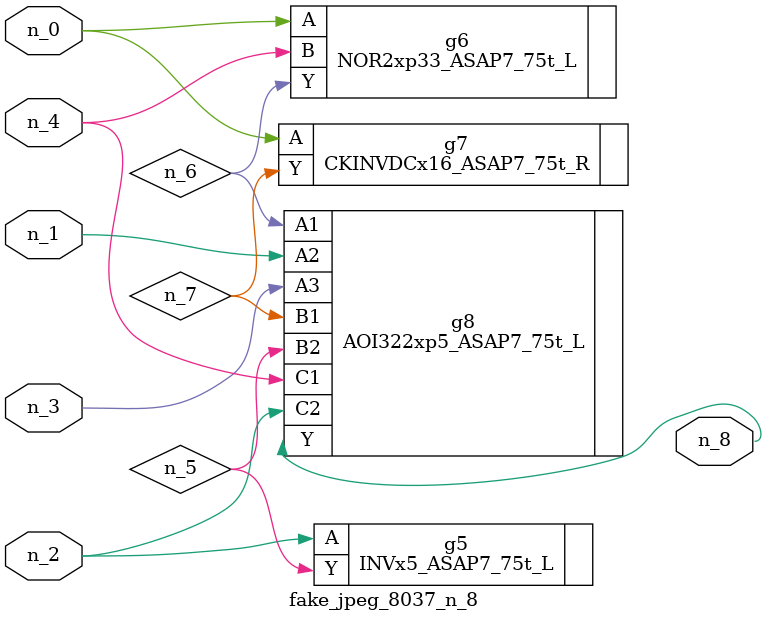
<source format=v>
module fake_jpeg_8037_n_8 (n_3, n_2, n_1, n_0, n_4, n_8);

input n_3;
input n_2;
input n_1;
input n_0;
input n_4;

output n_8;

wire n_6;
wire n_5;
wire n_7;

INVx5_ASAP7_75t_L g5 ( 
.A(n_2),
.Y(n_5)
);

NOR2xp33_ASAP7_75t_L g6 ( 
.A(n_0),
.B(n_4),
.Y(n_6)
);

CKINVDCx16_ASAP7_75t_R g7 ( 
.A(n_0),
.Y(n_7)
);

AOI322xp5_ASAP7_75t_L g8 ( 
.A1(n_6),
.A2(n_1),
.A3(n_3),
.B1(n_7),
.B2(n_5),
.C1(n_4),
.C2(n_2),
.Y(n_8)
);


endmodule
</source>
